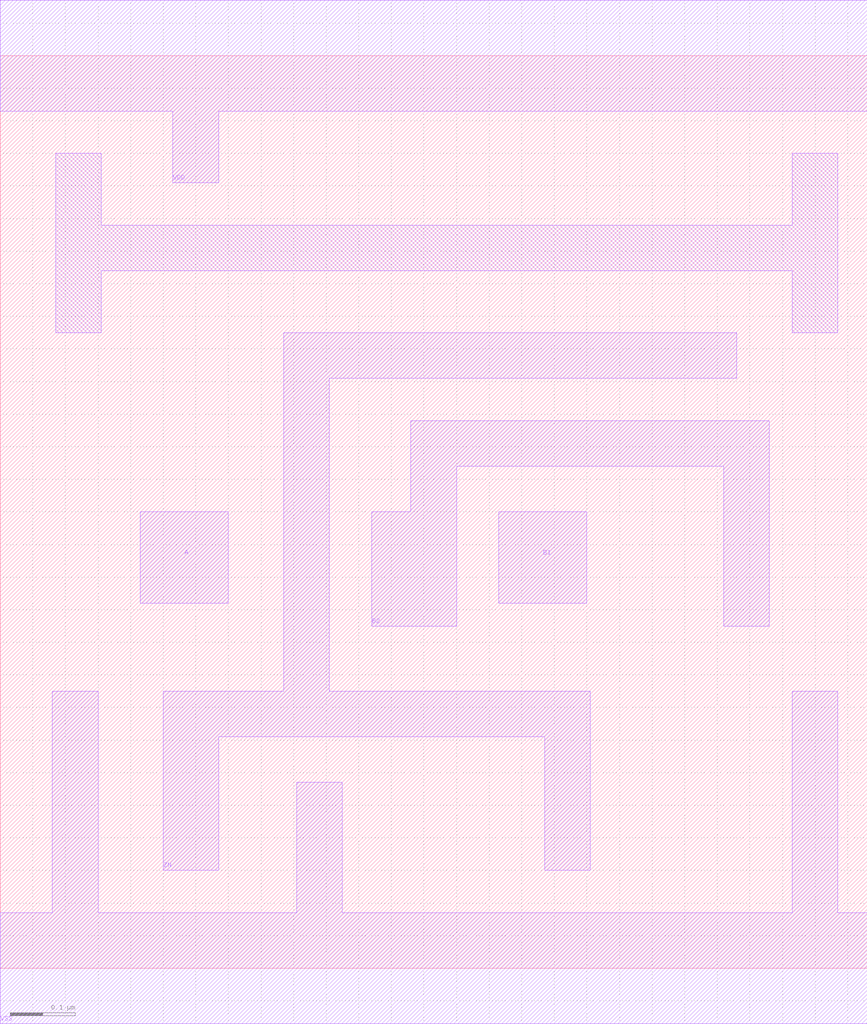
<source format=lef>
# 
# ******************************************************************************
# *                                                                            *
# *                   Copyright (C) 2004-2010, Nangate Inc.                    *
# *                           All rights reserved.                             *
# *                                                                            *
# * Nangate and the Nangate logo are trademarks of Nangate Inc.                *
# *                                                                            *
# * All trademarks, logos, software marks, and trade names (collectively the   *
# * "Marks") in this program are proprietary to Nangate or other respective    *
# * owners that have granted Nangate the right and license to use such Marks.  *
# * You are not permitted to use the Marks without the prior written consent   *
# * of Nangate or such third party that may own the Marks.                     *
# *                                                                            *
# * This file has been provided pursuant to a License Agreement containing     *
# * restrictions on its use. This file contains valuable trade secrets and     *
# * proprietary information of Nangate Inc., and is protected by U.S. and      *
# * international laws and/or treaties.                                        *
# *                                                                            *
# * The copyright notice(s) in this file does not indicate actual or intended  *
# * publication of this file.                                                  *
# *                                                                            *
# *     NGLibraryCreator, v2010.08-HR32-SP3-2010-08-05 - build 1009061800      *
# *                                                                            *
# ******************************************************************************
# 
# 
# Running on brazil06.nangate.com.br for user Giancarlo Franciscatto (gfr).
# Local time is now Fri, 3 Dec 2010, 19:32:18.
# Main process id is 27821.

VERSION 5.6 ;
BUSBITCHARS "[]" ;
DIVIDERCHAR "/" ;

MACRO AOI21_X2
  CLASS core ;
  FOREIGN AOI21_X2 0.0 0.0 ;
  ORIGIN 0 0 ;
  SYMMETRY X Y ;
  SITE FreePDK45_38x28_10R_NP_162NW_34O ;
  SIZE 1.33 BY 1.4 ;
  PIN A
    DIRECTION INPUT ;
    ANTENNAPARTIALMETALAREA 0.0189 LAYER metal1 ;
    ANTENNAPARTIALMETALSIDEAREA 0.0715 LAYER metal1 ;
    ANTENNAGATEAREA 0.1045 ;
    PORT
      LAYER metal1 ;
        POLYGON 0.215 0.56 0.35 0.56 0.35 0.7 0.215 0.7  ;
    END
  END A
  PIN B1
    DIRECTION INPUT ;
    ANTENNAPARTIALMETALAREA 0.0189 LAYER metal1 ;
    ANTENNAPARTIALMETALSIDEAREA 0.0715 LAYER metal1 ;
    ANTENNAGATEAREA 0.1045 ;
    PORT
      LAYER metal1 ;
        POLYGON 0.765 0.56 0.9 0.56 0.9 0.7 0.765 0.7  ;
    END
  END B1
  PIN B2
    DIRECTION INPUT ;
    ANTENNAPARTIALMETALAREA 0.0833 LAYER metal1 ;
    ANTENNAPARTIALMETALSIDEAREA 0.3042 LAYER metal1 ;
    ANTENNAGATEAREA 0.1045 ;
    PORT
      LAYER metal1 ;
        POLYGON 0.57 0.525 0.7 0.525 0.7 0.77 1.11 0.77 1.11 0.525 1.18 0.525 1.18 0.84 0.63 0.84 0.63 0.7 0.57 0.7  ;
    END
  END B2
  PIN ZN
    DIRECTION OUTPUT ;
    ANTENNAPARTIALMETALAREA 0.159875 LAYER metal1 ;
    ANTENNAPARTIALMETALSIDEAREA 0.6006 LAYER metal1 ;
    ANTENNADIFFAREA 0.2926 ;
    PORT
      LAYER metal1 ;
        POLYGON 0.505 0.905 1.13 0.905 1.13 0.975 0.435 0.975 0.435 0.425 0.25 0.425 0.25 0.15 0.335 0.15 0.335 0.355 0.835 0.355 0.835 0.15 0.905 0.15 0.905 0.425 0.505 0.425  ;
    END
  END ZN
  PIN VDD
    DIRECTION INOUT ;
    USE power ;
    SHAPE ABUTMENT ;
    PORT
      LAYER metal1 ;
        POLYGON 0 1.315 0.265 1.315 0.265 1.205 0.335 1.205 0.335 1.315 1.285 1.315 1.33 1.315 1.33 1.485 1.285 1.485 0 1.485  ;
    END
  END VDD
  PIN VSS
    DIRECTION INOUT ;
    USE ground ;
    SHAPE ABUTMENT ;
    PORT
      LAYER metal1 ;
        POLYGON 0 -0.085 1.33 -0.085 1.33 0.085 1.285 0.085 1.285 0.425 1.215 0.425 1.215 0.085 0.525 0.085 0.525 0.285 0.455 0.285 0.455 0.085 0.15 0.085 0.15 0.425 0.08 0.425 0.08 0.085 0 0.085  ;
    END
  END VSS
  OBS
      LAYER metal1 ;
        POLYGON 0.085 0.975 0.155 0.975 0.155 1.07 1.215 1.07 1.215 0.975 1.285 0.975 1.285 1.25 1.215 1.25 1.215 1.14 0.155 1.14 0.155 1.25 0.085 1.25  ;
  END
END AOI21_X2

END LIBRARY
#
# End of file
#

</source>
